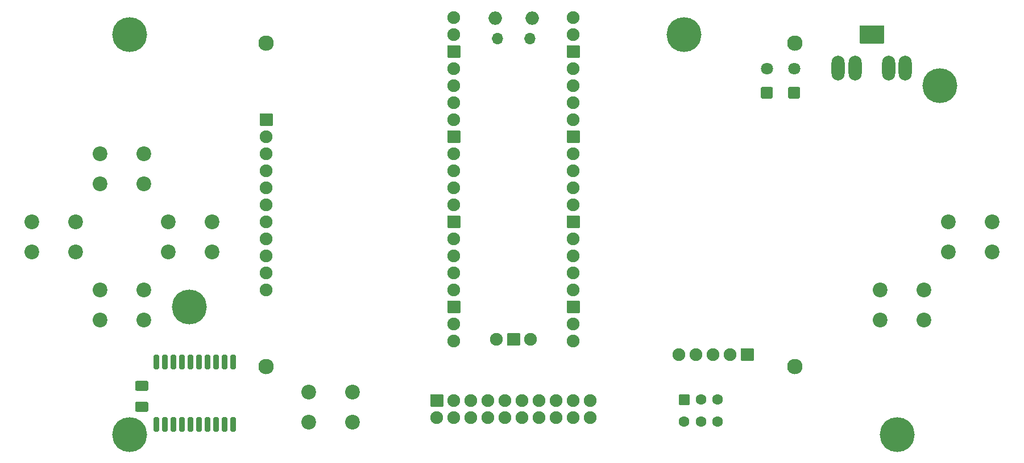
<source format=gbr>
%TF.GenerationSoftware,KiCad,Pcbnew,5.1.12-5.1.12*%
%TF.CreationDate,2022-01-05T21:47:22+02:00*%
%TF.ProjectId,gb_1_0_pico,67625f31-5f30-45f7-9069-636f2e6b6963,rev?*%
%TF.SameCoordinates,Original*%
%TF.FileFunction,Soldermask,Bot*%
%TF.FilePolarity,Negative*%
%FSLAX46Y46*%
G04 Gerber Fmt 4.6, Leading zero omitted, Abs format (unit mm)*
G04 Created by KiCad (PCBNEW 5.1.12-5.1.12) date 2022-01-05 21:47:22*
%MOMM*%
%LPD*%
G01*
G04 APERTURE LIST*
%ADD10C,2.200000*%
%ADD11O,1.900000X1.900000*%
%ADD12C,2.300000*%
%ADD13C,1.000000*%
%ADD14C,5.200000*%
%ADD15O,2.000000X2.000000*%
%ADD16O,1.700000X1.700000*%
%ADD17C,1.600000*%
%ADD18C,1.800000*%
%ADD19O,1.950000X3.700000*%
G04 APERTURE END LIST*
D10*
%TO.C,SW8*%
X180810000Y-97680000D03*
X180810000Y-93180000D03*
X187310000Y-97680000D03*
X187310000Y-93180000D03*
%TD*%
%TO.C,J2*%
G36*
G01*
X113920000Y-108740000D02*
X115620000Y-108740000D01*
G75*
G02*
X115720000Y-108840000I0J-100000D01*
G01*
X115720000Y-110540000D01*
G75*
G02*
X115620000Y-110640000I-100000J0D01*
G01*
X113920000Y-110640000D01*
G75*
G02*
X113820000Y-110540000I0J100000D01*
G01*
X113820000Y-108840000D01*
G75*
G02*
X113920000Y-108740000I100000J0D01*
G01*
G37*
D11*
X114770000Y-112230000D03*
X117310000Y-109690000D03*
X117310000Y-112230000D03*
X119850000Y-109690000D03*
X119850000Y-112230000D03*
X122390000Y-109690000D03*
X122390000Y-112230000D03*
X124930000Y-109690000D03*
X124930000Y-112230000D03*
X127470000Y-109690000D03*
X127470000Y-112230000D03*
X130010000Y-109690000D03*
X130010000Y-112230000D03*
X132550000Y-109690000D03*
X132550000Y-112230000D03*
X135090000Y-109690000D03*
X135090000Y-112230000D03*
X137630000Y-109690000D03*
X137630000Y-112230000D03*
%TD*%
D10*
%TO.C,SW6*%
X74765000Y-87520000D03*
X74765000Y-83020000D03*
X81265000Y-87520000D03*
X81265000Y-83020000D03*
%TD*%
D12*
%TO.C,H9*%
X89370000Y-56350000D03*
%TD*%
D10*
%TO.C,SW9*%
X95720000Y-112920000D03*
X95720000Y-108420000D03*
X102220000Y-112920000D03*
X102220000Y-108420000D03*
%TD*%
D13*
%TO.C,H1*%
X70375825Y-53754175D03*
X69050000Y-53205000D03*
X67724175Y-53754175D03*
X67175000Y-55080000D03*
X67724175Y-56405825D03*
X69050000Y-56955000D03*
X70375825Y-56405825D03*
X70925000Y-55080000D03*
D14*
X69050000Y-55080000D03*
%TD*%
%TO.C,H2*%
X69050000Y-114770000D03*
D13*
X70925000Y-114770000D03*
X70375825Y-116095825D03*
X69050000Y-116645000D03*
X67724175Y-116095825D03*
X67175000Y-114770000D03*
X67724175Y-113444175D03*
X69050000Y-112895000D03*
X70375825Y-113444175D03*
%TD*%
%TO.C,H3*%
X152925825Y-53754175D03*
X151600000Y-53205000D03*
X150274175Y-53754175D03*
X149725000Y-55080000D03*
X150274175Y-56405825D03*
X151600000Y-56955000D03*
X152925825Y-56405825D03*
X153475000Y-55080000D03*
D14*
X151600000Y-55080000D03*
%TD*%
%TO.C,H4*%
X183350000Y-114770000D03*
D13*
X185225000Y-114770000D03*
X184675825Y-116095825D03*
X183350000Y-116645000D03*
X182024175Y-116095825D03*
X181475000Y-114770000D03*
X182024175Y-113444175D03*
X183350000Y-112895000D03*
X184675825Y-113444175D03*
%TD*%
D14*
%TO.C,H5*%
X77940000Y-95720000D03*
D13*
X79815000Y-95720000D03*
X79265825Y-97045825D03*
X77940000Y-97595000D03*
X76614175Y-97045825D03*
X76065000Y-95720000D03*
X76614175Y-94394175D03*
X77940000Y-93845000D03*
X79265825Y-94394175D03*
%TD*%
%TO.C,H6*%
X191025825Y-61374175D03*
X189700000Y-60825000D03*
X188374175Y-61374175D03*
X187825000Y-62700000D03*
X188374175Y-64025825D03*
X189700000Y-64575000D03*
X191025825Y-64025825D03*
X191575000Y-62700000D03*
D14*
X189700000Y-62700000D03*
%TD*%
D12*
%TO.C,H7*%
X168110000Y-56350000D03*
%TD*%
%TO.C,H8*%
X168110000Y-104610000D03*
%TD*%
%TO.C,H10*%
X89370000Y-104610000D03*
%TD*%
%TO.C,J1*%
G36*
G01*
X161848000Y-103782000D02*
X160148000Y-103782000D01*
G75*
G02*
X160048000Y-103682000I0J100000D01*
G01*
X160048000Y-101982000D01*
G75*
G02*
X160148000Y-101882000I100000J0D01*
G01*
X161848000Y-101882000D01*
G75*
G02*
X161948000Y-101982000I0J-100000D01*
G01*
X161948000Y-103682000D01*
G75*
G02*
X161848000Y-103782000I-100000J0D01*
G01*
G37*
D11*
X158458000Y-102832000D03*
X155918000Y-102832000D03*
X153378000Y-102832000D03*
X150838000Y-102832000D03*
%TD*%
D10*
%TO.C,SW3*%
X71105000Y-72860000D03*
X71105000Y-77360000D03*
X64605000Y-72860000D03*
X64605000Y-77360000D03*
%TD*%
%TO.C,SW4*%
X64605000Y-97680000D03*
X64605000Y-93180000D03*
X71105000Y-97680000D03*
X71105000Y-93180000D03*
%TD*%
%TO.C,SW5*%
X60945000Y-83020000D03*
X60945000Y-87520000D03*
X54445000Y-83020000D03*
X54445000Y-87520000D03*
%TD*%
%TO.C,SW7*%
X197470000Y-83020000D03*
X197470000Y-87520000D03*
X190970000Y-83020000D03*
X190970000Y-87520000D03*
%TD*%
D11*
%TO.C,U1*%
X117310000Y-52540000D03*
X117310000Y-55080000D03*
G36*
G01*
X116360000Y-58470000D02*
X116360000Y-56770000D01*
G75*
G02*
X116460000Y-56670000I100000J0D01*
G01*
X118160000Y-56670000D01*
G75*
G02*
X118260000Y-56770000I0J-100000D01*
G01*
X118260000Y-58470000D01*
G75*
G02*
X118160000Y-58570000I-100000J0D01*
G01*
X116460000Y-58570000D01*
G75*
G02*
X116360000Y-58470000I0J100000D01*
G01*
G37*
X117310000Y-60160000D03*
X117310000Y-62700000D03*
X117310000Y-65240000D03*
X117310000Y-67780000D03*
G36*
G01*
X116360000Y-71170000D02*
X116360000Y-69470000D01*
G75*
G02*
X116460000Y-69370000I100000J0D01*
G01*
X118160000Y-69370000D01*
G75*
G02*
X118260000Y-69470000I0J-100000D01*
G01*
X118260000Y-71170000D01*
G75*
G02*
X118160000Y-71270000I-100000J0D01*
G01*
X116460000Y-71270000D01*
G75*
G02*
X116360000Y-71170000I0J100000D01*
G01*
G37*
X117310000Y-72860000D03*
X117310000Y-75400000D03*
X117310000Y-77940000D03*
X117310000Y-80480000D03*
G36*
G01*
X116360000Y-83870000D02*
X116360000Y-82170000D01*
G75*
G02*
X116460000Y-82070000I100000J0D01*
G01*
X118160000Y-82070000D01*
G75*
G02*
X118260000Y-82170000I0J-100000D01*
G01*
X118260000Y-83870000D01*
G75*
G02*
X118160000Y-83970000I-100000J0D01*
G01*
X116460000Y-83970000D01*
G75*
G02*
X116360000Y-83870000I0J100000D01*
G01*
G37*
X117310000Y-85560000D03*
X117310000Y-88100000D03*
X117310000Y-90640000D03*
X117310000Y-93180000D03*
G36*
G01*
X116360000Y-96570000D02*
X116360000Y-94870000D01*
G75*
G02*
X116460000Y-94770000I100000J0D01*
G01*
X118160000Y-94770000D01*
G75*
G02*
X118260000Y-94870000I0J-100000D01*
G01*
X118260000Y-96570000D01*
G75*
G02*
X118160000Y-96670000I-100000J0D01*
G01*
X116460000Y-96670000D01*
G75*
G02*
X116360000Y-96570000I0J100000D01*
G01*
G37*
X117310000Y-98260000D03*
X117310000Y-100800000D03*
X135090000Y-100800000D03*
X135090000Y-98260000D03*
G36*
G01*
X134140000Y-96570000D02*
X134140000Y-94870000D01*
G75*
G02*
X134240000Y-94770000I100000J0D01*
G01*
X135940000Y-94770000D01*
G75*
G02*
X136040000Y-94870000I0J-100000D01*
G01*
X136040000Y-96570000D01*
G75*
G02*
X135940000Y-96670000I-100000J0D01*
G01*
X134240000Y-96670000D01*
G75*
G02*
X134140000Y-96570000I0J100000D01*
G01*
G37*
X135090000Y-93180000D03*
X135090000Y-90640000D03*
X135090000Y-88100000D03*
X135090000Y-85560000D03*
G36*
G01*
X134140000Y-83870000D02*
X134140000Y-82170000D01*
G75*
G02*
X134240000Y-82070000I100000J0D01*
G01*
X135940000Y-82070000D01*
G75*
G02*
X136040000Y-82170000I0J-100000D01*
G01*
X136040000Y-83870000D01*
G75*
G02*
X135940000Y-83970000I-100000J0D01*
G01*
X134240000Y-83970000D01*
G75*
G02*
X134140000Y-83870000I0J100000D01*
G01*
G37*
X135090000Y-80480000D03*
X135090000Y-77940000D03*
X135090000Y-75400000D03*
X135090000Y-72860000D03*
G36*
G01*
X134140000Y-71170000D02*
X134140000Y-69470000D01*
G75*
G02*
X134240000Y-69370000I100000J0D01*
G01*
X135940000Y-69370000D01*
G75*
G02*
X136040000Y-69470000I0J-100000D01*
G01*
X136040000Y-71170000D01*
G75*
G02*
X135940000Y-71270000I-100000J0D01*
G01*
X134240000Y-71270000D01*
G75*
G02*
X134140000Y-71170000I0J100000D01*
G01*
G37*
X135090000Y-67780000D03*
X135090000Y-65240000D03*
X135090000Y-62700000D03*
X135090000Y-60160000D03*
G36*
G01*
X134140000Y-58470000D02*
X134140000Y-56770000D01*
G75*
G02*
X134240000Y-56670000I100000J0D01*
G01*
X135940000Y-56670000D01*
G75*
G02*
X136040000Y-56770000I0J-100000D01*
G01*
X136040000Y-58470000D01*
G75*
G02*
X135940000Y-58570000I-100000J0D01*
G01*
X134240000Y-58570000D01*
G75*
G02*
X134140000Y-58470000I0J100000D01*
G01*
G37*
X135090000Y-55080000D03*
X135090000Y-52540000D03*
D15*
X123475000Y-52670000D03*
X128925000Y-52670000D03*
D16*
X123775000Y-55700000D03*
X128625000Y-55700000D03*
D11*
X123660000Y-100570000D03*
G36*
G01*
X125250000Y-101420000D02*
X125250000Y-99720000D01*
G75*
G02*
X125350000Y-99620000I100000J0D01*
G01*
X127050000Y-99620000D01*
G75*
G02*
X127150000Y-99720000I0J-100000D01*
G01*
X127150000Y-101420000D01*
G75*
G02*
X127050000Y-101520000I-100000J0D01*
G01*
X125350000Y-101520000D01*
G75*
G02*
X125250000Y-101420000I0J100000D01*
G01*
G37*
X128740000Y-100570000D03*
%TD*%
%TO.C,J3*%
X89370000Y-93180000D03*
X89370000Y-90640000D03*
X89370000Y-88100000D03*
X89370000Y-85560000D03*
X89370000Y-83020000D03*
X89370000Y-80480000D03*
X89370000Y-77940000D03*
X89370000Y-75400000D03*
X89370000Y-72860000D03*
X89370000Y-70320000D03*
G36*
G01*
X88420000Y-68630000D02*
X88420000Y-66930000D01*
G75*
G02*
X88520000Y-66830000I100000J0D01*
G01*
X90220000Y-66830000D01*
G75*
G02*
X90320000Y-66930000I0J-100000D01*
G01*
X90320000Y-68630000D01*
G75*
G02*
X90220000Y-68730000I-100000J0D01*
G01*
X88520000Y-68730000D01*
G75*
G02*
X88420000Y-68630000I0J100000D01*
G01*
G37*
%TD*%
%TO.C,SW1*%
G36*
G01*
X150800000Y-110263000D02*
X150800000Y-108863000D01*
G75*
G02*
X150900000Y-108763000I100000J0D01*
G01*
X152300000Y-108763000D01*
G75*
G02*
X152400000Y-108863000I0J-100000D01*
G01*
X152400000Y-110263000D01*
G75*
G02*
X152300000Y-110363000I-100000J0D01*
G01*
X150900000Y-110363000D01*
G75*
G02*
X150800000Y-110263000I0J100000D01*
G01*
G37*
D17*
X154100000Y-109563000D03*
X156600000Y-109563000D03*
X151600000Y-112863000D03*
X154100000Y-112863000D03*
X156600000Y-112863000D03*
%TD*%
%TO.C,C6*%
G36*
G01*
X71540266Y-111380000D02*
X70115734Y-111380000D01*
G75*
G02*
X69828000Y-111092266I0J287734D01*
G01*
X69828000Y-110142734D01*
G75*
G02*
X70115734Y-109855000I287734J0D01*
G01*
X71540266Y-109855000D01*
G75*
G02*
X71828000Y-110142734I0J-287734D01*
G01*
X71828000Y-111092266D01*
G75*
G02*
X71540266Y-111380000I-287734J0D01*
G01*
G37*
G36*
G01*
X71540266Y-108255000D02*
X70115734Y-108255000D01*
G75*
G02*
X69828000Y-107967266I0J287734D01*
G01*
X69828000Y-107017734D01*
G75*
G02*
X70115734Y-106730000I287734J0D01*
G01*
X71540266Y-106730000D01*
G75*
G02*
X71828000Y-107017734I0J-287734D01*
G01*
X71828000Y-107967266D01*
G75*
G02*
X71540266Y-108255000I-287734J0D01*
G01*
G37*
%TD*%
%TO.C,J5*%
G36*
G01*
X164512350Y-64666800D02*
X163274850Y-64666800D01*
G75*
G02*
X162993600Y-64385550I0J281250D01*
G01*
X162993600Y-63148050D01*
G75*
G02*
X163274850Y-62866800I281250J0D01*
G01*
X164512350Y-62866800D01*
G75*
G02*
X164793600Y-63148050I0J-281250D01*
G01*
X164793600Y-64385550D01*
G75*
G02*
X164512350Y-64666800I-281250J0D01*
G01*
G37*
D18*
X163893600Y-60166800D03*
%TD*%
%TO.C,J4*%
G36*
G01*
X177690000Y-56308800D02*
X177690000Y-53808800D01*
G75*
G02*
X177790000Y-53708800I100000J0D01*
G01*
X181290000Y-53708800D01*
G75*
G02*
X181390000Y-53808800I0J-100000D01*
G01*
X181390000Y-56308800D01*
G75*
G02*
X181290000Y-56408800I-100000J0D01*
G01*
X177790000Y-56408800D01*
G75*
G02*
X177690000Y-56308800I0J100000D01*
G01*
G37*
D19*
X184540000Y-60064800D03*
X174540000Y-60064800D03*
X182040000Y-60064800D03*
X177040000Y-60064800D03*
%TD*%
%TO.C,J6*%
G36*
G01*
X168576350Y-64666800D02*
X167338850Y-64666800D01*
G75*
G02*
X167057600Y-64385550I0J281250D01*
G01*
X167057600Y-63148050D01*
G75*
G02*
X167338850Y-62866800I281250J0D01*
G01*
X168576350Y-62866800D01*
G75*
G02*
X168857600Y-63148050I0J-281250D01*
G01*
X168857600Y-64385550D01*
G75*
G02*
X168576350Y-64666800I-281250J0D01*
G01*
G37*
D18*
X167957600Y-60166800D03*
%TD*%
%TO.C,U2*%
G36*
G01*
X72787000Y-102821000D02*
X73187000Y-102821000D01*
G75*
G02*
X73387000Y-103021000I0J-200000D01*
G01*
X73387000Y-104871000D01*
G75*
G02*
X73187000Y-105071000I-200000J0D01*
G01*
X72787000Y-105071000D01*
G75*
G02*
X72587000Y-104871000I0J200000D01*
G01*
X72587000Y-103021000D01*
G75*
G02*
X72787000Y-102821000I200000J0D01*
G01*
G37*
G36*
G01*
X74057000Y-102821000D02*
X74457000Y-102821000D01*
G75*
G02*
X74657000Y-103021000I0J-200000D01*
G01*
X74657000Y-104871000D01*
G75*
G02*
X74457000Y-105071000I-200000J0D01*
G01*
X74057000Y-105071000D01*
G75*
G02*
X73857000Y-104871000I0J200000D01*
G01*
X73857000Y-103021000D01*
G75*
G02*
X74057000Y-102821000I200000J0D01*
G01*
G37*
G36*
G01*
X75327000Y-102821000D02*
X75727000Y-102821000D01*
G75*
G02*
X75927000Y-103021000I0J-200000D01*
G01*
X75927000Y-104871000D01*
G75*
G02*
X75727000Y-105071000I-200000J0D01*
G01*
X75327000Y-105071000D01*
G75*
G02*
X75127000Y-104871000I0J200000D01*
G01*
X75127000Y-103021000D01*
G75*
G02*
X75327000Y-102821000I200000J0D01*
G01*
G37*
G36*
G01*
X76597000Y-102821000D02*
X76997000Y-102821000D01*
G75*
G02*
X77197000Y-103021000I0J-200000D01*
G01*
X77197000Y-104871000D01*
G75*
G02*
X76997000Y-105071000I-200000J0D01*
G01*
X76597000Y-105071000D01*
G75*
G02*
X76397000Y-104871000I0J200000D01*
G01*
X76397000Y-103021000D01*
G75*
G02*
X76597000Y-102821000I200000J0D01*
G01*
G37*
G36*
G01*
X77867000Y-102821000D02*
X78267000Y-102821000D01*
G75*
G02*
X78467000Y-103021000I0J-200000D01*
G01*
X78467000Y-104871000D01*
G75*
G02*
X78267000Y-105071000I-200000J0D01*
G01*
X77867000Y-105071000D01*
G75*
G02*
X77667000Y-104871000I0J200000D01*
G01*
X77667000Y-103021000D01*
G75*
G02*
X77867000Y-102821000I200000J0D01*
G01*
G37*
G36*
G01*
X79137000Y-102821000D02*
X79537000Y-102821000D01*
G75*
G02*
X79737000Y-103021000I0J-200000D01*
G01*
X79737000Y-104871000D01*
G75*
G02*
X79537000Y-105071000I-200000J0D01*
G01*
X79137000Y-105071000D01*
G75*
G02*
X78937000Y-104871000I0J200000D01*
G01*
X78937000Y-103021000D01*
G75*
G02*
X79137000Y-102821000I200000J0D01*
G01*
G37*
G36*
G01*
X80407000Y-102821000D02*
X80807000Y-102821000D01*
G75*
G02*
X81007000Y-103021000I0J-200000D01*
G01*
X81007000Y-104871000D01*
G75*
G02*
X80807000Y-105071000I-200000J0D01*
G01*
X80407000Y-105071000D01*
G75*
G02*
X80207000Y-104871000I0J200000D01*
G01*
X80207000Y-103021000D01*
G75*
G02*
X80407000Y-102821000I200000J0D01*
G01*
G37*
G36*
G01*
X81677000Y-102821000D02*
X82077000Y-102821000D01*
G75*
G02*
X82277000Y-103021000I0J-200000D01*
G01*
X82277000Y-104871000D01*
G75*
G02*
X82077000Y-105071000I-200000J0D01*
G01*
X81677000Y-105071000D01*
G75*
G02*
X81477000Y-104871000I0J200000D01*
G01*
X81477000Y-103021000D01*
G75*
G02*
X81677000Y-102821000I200000J0D01*
G01*
G37*
G36*
G01*
X82947000Y-102821000D02*
X83347000Y-102821000D01*
G75*
G02*
X83547000Y-103021000I0J-200000D01*
G01*
X83547000Y-104871000D01*
G75*
G02*
X83347000Y-105071000I-200000J0D01*
G01*
X82947000Y-105071000D01*
G75*
G02*
X82747000Y-104871000I0J200000D01*
G01*
X82747000Y-103021000D01*
G75*
G02*
X82947000Y-102821000I200000J0D01*
G01*
G37*
G36*
G01*
X84217000Y-102821000D02*
X84617000Y-102821000D01*
G75*
G02*
X84817000Y-103021000I0J-200000D01*
G01*
X84817000Y-104871000D01*
G75*
G02*
X84617000Y-105071000I-200000J0D01*
G01*
X84217000Y-105071000D01*
G75*
G02*
X84017000Y-104871000I0J200000D01*
G01*
X84017000Y-103021000D01*
G75*
G02*
X84217000Y-102821000I200000J0D01*
G01*
G37*
G36*
G01*
X84217000Y-112121000D02*
X84617000Y-112121000D01*
G75*
G02*
X84817000Y-112321000I0J-200000D01*
G01*
X84817000Y-114171000D01*
G75*
G02*
X84617000Y-114371000I-200000J0D01*
G01*
X84217000Y-114371000D01*
G75*
G02*
X84017000Y-114171000I0J200000D01*
G01*
X84017000Y-112321000D01*
G75*
G02*
X84217000Y-112121000I200000J0D01*
G01*
G37*
G36*
G01*
X82947000Y-112121000D02*
X83347000Y-112121000D01*
G75*
G02*
X83547000Y-112321000I0J-200000D01*
G01*
X83547000Y-114171000D01*
G75*
G02*
X83347000Y-114371000I-200000J0D01*
G01*
X82947000Y-114371000D01*
G75*
G02*
X82747000Y-114171000I0J200000D01*
G01*
X82747000Y-112321000D01*
G75*
G02*
X82947000Y-112121000I200000J0D01*
G01*
G37*
G36*
G01*
X81677000Y-112121000D02*
X82077000Y-112121000D01*
G75*
G02*
X82277000Y-112321000I0J-200000D01*
G01*
X82277000Y-114171000D01*
G75*
G02*
X82077000Y-114371000I-200000J0D01*
G01*
X81677000Y-114371000D01*
G75*
G02*
X81477000Y-114171000I0J200000D01*
G01*
X81477000Y-112321000D01*
G75*
G02*
X81677000Y-112121000I200000J0D01*
G01*
G37*
G36*
G01*
X80407000Y-112121000D02*
X80807000Y-112121000D01*
G75*
G02*
X81007000Y-112321000I0J-200000D01*
G01*
X81007000Y-114171000D01*
G75*
G02*
X80807000Y-114371000I-200000J0D01*
G01*
X80407000Y-114371000D01*
G75*
G02*
X80207000Y-114171000I0J200000D01*
G01*
X80207000Y-112321000D01*
G75*
G02*
X80407000Y-112121000I200000J0D01*
G01*
G37*
G36*
G01*
X79137000Y-112121000D02*
X79537000Y-112121000D01*
G75*
G02*
X79737000Y-112321000I0J-200000D01*
G01*
X79737000Y-114171000D01*
G75*
G02*
X79537000Y-114371000I-200000J0D01*
G01*
X79137000Y-114371000D01*
G75*
G02*
X78937000Y-114171000I0J200000D01*
G01*
X78937000Y-112321000D01*
G75*
G02*
X79137000Y-112121000I200000J0D01*
G01*
G37*
G36*
G01*
X77867000Y-112121000D02*
X78267000Y-112121000D01*
G75*
G02*
X78467000Y-112321000I0J-200000D01*
G01*
X78467000Y-114171000D01*
G75*
G02*
X78267000Y-114371000I-200000J0D01*
G01*
X77867000Y-114371000D01*
G75*
G02*
X77667000Y-114171000I0J200000D01*
G01*
X77667000Y-112321000D01*
G75*
G02*
X77867000Y-112121000I200000J0D01*
G01*
G37*
G36*
G01*
X76597000Y-112121000D02*
X76997000Y-112121000D01*
G75*
G02*
X77197000Y-112321000I0J-200000D01*
G01*
X77197000Y-114171000D01*
G75*
G02*
X76997000Y-114371000I-200000J0D01*
G01*
X76597000Y-114371000D01*
G75*
G02*
X76397000Y-114171000I0J200000D01*
G01*
X76397000Y-112321000D01*
G75*
G02*
X76597000Y-112121000I200000J0D01*
G01*
G37*
G36*
G01*
X75327000Y-112121000D02*
X75727000Y-112121000D01*
G75*
G02*
X75927000Y-112321000I0J-200000D01*
G01*
X75927000Y-114171000D01*
G75*
G02*
X75727000Y-114371000I-200000J0D01*
G01*
X75327000Y-114371000D01*
G75*
G02*
X75127000Y-114171000I0J200000D01*
G01*
X75127000Y-112321000D01*
G75*
G02*
X75327000Y-112121000I200000J0D01*
G01*
G37*
G36*
G01*
X74057000Y-112121000D02*
X74457000Y-112121000D01*
G75*
G02*
X74657000Y-112321000I0J-200000D01*
G01*
X74657000Y-114171000D01*
G75*
G02*
X74457000Y-114371000I-200000J0D01*
G01*
X74057000Y-114371000D01*
G75*
G02*
X73857000Y-114171000I0J200000D01*
G01*
X73857000Y-112321000D01*
G75*
G02*
X74057000Y-112121000I200000J0D01*
G01*
G37*
G36*
G01*
X72787000Y-112121000D02*
X73187000Y-112121000D01*
G75*
G02*
X73387000Y-112321000I0J-200000D01*
G01*
X73387000Y-114171000D01*
G75*
G02*
X73187000Y-114371000I-200000J0D01*
G01*
X72787000Y-114371000D01*
G75*
G02*
X72587000Y-114171000I0J200000D01*
G01*
X72587000Y-112321000D01*
G75*
G02*
X72787000Y-112121000I200000J0D01*
G01*
G37*
%TD*%
M02*

</source>
